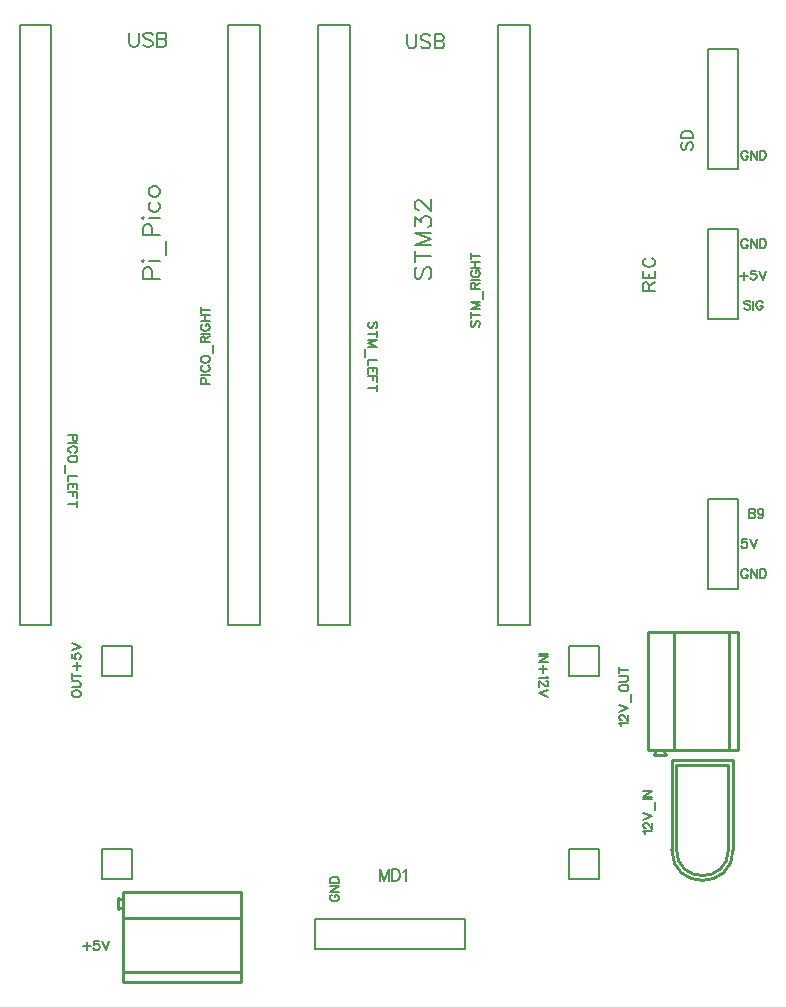
<source format=gto>
G04 Layer: TopSilkscreenLayer*
G04 EasyEDA v6.5.42, 2024-04-17 10:54:12*
G04 b58fe179de73491898139d20c7eecbb3,24a069b98e7845178fa3f65ba4aff580,10*
G04 Gerber Generator version 0.2*
G04 Scale: 100 percent, Rotated: No, Reflected: No *
G04 Dimensions in millimeters *
G04 leading zeros omitted , absolute positions ,4 integer and 5 decimal *
%FSLAX45Y45*%
%MOMM*%

%ADD10C,0.2000*%
%ADD11C,0.2030*%
%ADD12C,0.2032*%
%ADD13C,0.2030*%
%ADD14C,0.2540*%
%ADD15C,0.0144*%

%LPD*%
D10*
X6430009Y6488684D02*
G01*
X6426200Y6496050D01*
X6419088Y6503415D01*
X6411722Y6506971D01*
X6397243Y6506971D01*
X6389877Y6503415D01*
X6382765Y6496050D01*
X6378956Y6488684D01*
X6375400Y6477762D01*
X6375400Y6459728D01*
X6378956Y6448805D01*
X6382765Y6441439D01*
X6389877Y6434073D01*
X6397243Y6430518D01*
X6411722Y6430518D01*
X6419088Y6434073D01*
X6426200Y6441439D01*
X6430009Y6448805D01*
X6430009Y6459728D01*
X6411722Y6459728D02*
G01*
X6430009Y6459728D01*
X6453886Y6506971D02*
G01*
X6453886Y6430518D01*
X6453886Y6506971D02*
G01*
X6504940Y6430518D01*
X6504940Y6506971D02*
G01*
X6504940Y6430518D01*
X6528815Y6506971D02*
G01*
X6528815Y6430518D01*
X6528815Y6506971D02*
G01*
X6554215Y6506971D01*
X6565138Y6503415D01*
X6572504Y6496050D01*
X6576059Y6488684D01*
X6579870Y6477762D01*
X6579870Y6459728D01*
X6576059Y6448805D01*
X6572504Y6441439D01*
X6565138Y6434073D01*
X6554215Y6430518D01*
X6528815Y6430518D01*
X5880354Y6579870D02*
G01*
X5871209Y6570471D01*
X5866384Y6556755D01*
X5866384Y6538213D01*
X5871209Y6524244D01*
X5880354Y6515100D01*
X5889497Y6515100D01*
X5898895Y6519671D01*
X5903468Y6524244D01*
X5908040Y6533642D01*
X5917184Y6561328D01*
X5922009Y6570471D01*
X5926581Y6575044D01*
X5935725Y6579870D01*
X5949695Y6579870D01*
X5958840Y6570471D01*
X5963411Y6556755D01*
X5963411Y6538213D01*
X5958840Y6524244D01*
X5949695Y6515100D01*
X5866384Y6610350D02*
G01*
X5963411Y6610350D01*
X5866384Y6610350D02*
G01*
X5866384Y6642608D01*
X5871209Y6656323D01*
X5880354Y6665721D01*
X5889497Y6670294D01*
X5903468Y6674865D01*
X5926581Y6674865D01*
X5940297Y6670294D01*
X5949695Y6665721D01*
X5958840Y6656323D01*
X5963411Y6642608D01*
X5963411Y6610350D01*
X2909315Y207010D02*
G01*
X2901950Y203200D01*
X2894584Y196087D01*
X2891027Y188721D01*
X2891027Y174244D01*
X2894584Y166878D01*
X2901950Y159765D01*
X2909315Y155955D01*
X2920238Y152400D01*
X2938272Y152400D01*
X2949193Y155955D01*
X2956559Y159765D01*
X2963925Y166878D01*
X2967481Y174244D01*
X2967481Y188721D01*
X2963925Y196087D01*
X2956559Y203200D01*
X2949193Y207010D01*
X2938272Y207010D01*
X2938272Y188721D02*
G01*
X2938272Y207010D01*
X2891027Y230886D02*
G01*
X2967481Y230886D01*
X2891027Y230886D02*
G01*
X2967481Y281939D01*
X2891027Y281939D02*
G01*
X2967481Y281939D01*
X2891027Y305815D02*
G01*
X2967481Y305815D01*
X2891027Y305815D02*
G01*
X2891027Y331215D01*
X2894584Y342137D01*
X2901950Y349504D01*
X2909315Y353060D01*
X2920238Y356870D01*
X2938272Y356870D01*
X2949193Y353060D01*
X2956559Y349504D01*
X2963925Y342137D01*
X2967481Y331215D01*
X2967481Y305815D01*
X3314700Y420115D02*
G01*
X3314700Y323087D01*
X3314700Y420115D02*
G01*
X3351529Y323087D01*
X3388613Y420115D02*
G01*
X3351529Y323087D01*
X3388613Y420115D02*
G01*
X3388613Y323087D01*
X3419093Y420115D02*
G01*
X3419093Y323087D01*
X3419093Y420115D02*
G01*
X3451352Y420115D01*
X3465322Y415289D01*
X3474465Y406145D01*
X3479038Y397002D01*
X3483609Y383031D01*
X3483609Y359918D01*
X3479038Y346202D01*
X3474465Y336804D01*
X3465322Y327660D01*
X3451352Y323087D01*
X3419093Y323087D01*
X3514090Y401573D02*
G01*
X3523488Y406145D01*
X3537204Y420115D01*
X3537204Y323087D01*
X5559806Y723900D02*
G01*
X5556250Y731265D01*
X5545327Y742187D01*
X5621781Y742187D01*
X5563615Y769620D02*
G01*
X5559806Y769620D01*
X5552693Y773429D01*
X5548884Y776986D01*
X5545327Y784352D01*
X5545327Y798829D01*
X5548884Y806195D01*
X5552693Y809752D01*
X5559806Y813307D01*
X5567172Y813307D01*
X5574538Y809752D01*
X5585459Y802386D01*
X5621781Y766063D01*
X5621781Y816863D01*
X5545327Y840994D02*
G01*
X5621781Y870204D01*
X5545327Y899160D02*
G01*
X5621781Y870204D01*
X5647181Y923289D02*
G01*
X5647181Y988568D01*
X5545327Y1012697D02*
G01*
X5621781Y1012697D01*
X5545327Y1036573D02*
G01*
X5621781Y1036573D01*
X5545327Y1036573D02*
G01*
X5621781Y1087628D01*
X5545327Y1087628D02*
G01*
X5621781Y1087628D01*
X5356606Y1638300D02*
G01*
X5353050Y1645665D01*
X5342127Y1656587D01*
X5418581Y1656587D01*
X5360415Y1684020D02*
G01*
X5356606Y1684020D01*
X5349493Y1687829D01*
X5345684Y1691386D01*
X5342127Y1698752D01*
X5342127Y1713229D01*
X5345684Y1720595D01*
X5349493Y1724152D01*
X5356606Y1727707D01*
X5363972Y1727707D01*
X5371338Y1724152D01*
X5382259Y1716786D01*
X5418581Y1680463D01*
X5418581Y1731263D01*
X5342127Y1755394D02*
G01*
X5418581Y1784604D01*
X5342127Y1813560D02*
G01*
X5418581Y1784604D01*
X5443981Y1837689D02*
G01*
X5443981Y1902968D01*
X5342127Y1948942D02*
G01*
X5345684Y1941576D01*
X5353050Y1934210D01*
X5360415Y1930654D01*
X5371338Y1927097D01*
X5389372Y1927097D01*
X5400293Y1930654D01*
X5407659Y1934210D01*
X5415025Y1941576D01*
X5418581Y1948942D01*
X5418581Y1963420D01*
X5415025Y1970786D01*
X5407659Y1977897D01*
X5400293Y1981454D01*
X5389372Y1985263D01*
X5371338Y1985263D01*
X5360415Y1981454D01*
X5353050Y1977897D01*
X5345684Y1970786D01*
X5342127Y1963420D01*
X5342127Y1948942D01*
X5342127Y2009139D02*
G01*
X5396738Y2009139D01*
X5407659Y2012950D01*
X5415025Y2020062D01*
X5418581Y2030984D01*
X5418581Y2038350D01*
X5415025Y2049271D01*
X5407659Y2056384D01*
X5396738Y2060194D01*
X5342127Y2060194D01*
X5342127Y2109470D02*
G01*
X5418581Y2109470D01*
X5342127Y2084070D02*
G01*
X5342127Y2135123D01*
X6430009Y2945384D02*
G01*
X6426200Y2952750D01*
X6419088Y2960115D01*
X6411722Y2963671D01*
X6397243Y2963671D01*
X6389877Y2960115D01*
X6382765Y2952750D01*
X6378956Y2945384D01*
X6375400Y2934462D01*
X6375400Y2916428D01*
X6378956Y2905505D01*
X6382765Y2898139D01*
X6389877Y2890773D01*
X6397243Y2887218D01*
X6411722Y2887218D01*
X6419088Y2890773D01*
X6426200Y2898139D01*
X6430009Y2905505D01*
X6430009Y2916428D01*
X6411722Y2916428D02*
G01*
X6430009Y2916428D01*
X6453886Y2963671D02*
G01*
X6453886Y2887218D01*
X6453886Y2963671D02*
G01*
X6504940Y2887218D01*
X6504940Y2963671D02*
G01*
X6504940Y2887218D01*
X6528815Y2963671D02*
G01*
X6528815Y2887218D01*
X6528815Y2963671D02*
G01*
X6554215Y2963671D01*
X6565138Y2960115D01*
X6572504Y2952750D01*
X6576059Y2945384D01*
X6579870Y2934462D01*
X6579870Y2916428D01*
X6576059Y2905505D01*
X6572504Y2898139D01*
X6565138Y2890773D01*
X6554215Y2887218D01*
X6528815Y2887218D01*
X6419088Y3217671D02*
G01*
X6382765Y3217671D01*
X6378956Y3184905D01*
X6382765Y3188462D01*
X6393688Y3192271D01*
X6404609Y3192271D01*
X6415277Y3188462D01*
X6422643Y3181350D01*
X6426200Y3170428D01*
X6426200Y3163062D01*
X6422643Y3152139D01*
X6415277Y3144773D01*
X6404609Y3141218D01*
X6393688Y3141218D01*
X6382765Y3144773D01*
X6378956Y3148584D01*
X6375400Y3155695D01*
X6450329Y3217671D02*
G01*
X6479286Y3141218D01*
X6508495Y3217671D02*
G01*
X6479286Y3141218D01*
X6438900Y3471671D02*
G01*
X6438900Y3395218D01*
X6438900Y3471671D02*
G01*
X6471665Y3471671D01*
X6482588Y3468115D01*
X6486143Y3464305D01*
X6489700Y3457194D01*
X6489700Y3449828D01*
X6486143Y3442462D01*
X6482588Y3438905D01*
X6471665Y3435350D01*
X6438900Y3435350D02*
G01*
X6471665Y3435350D01*
X6482588Y3431539D01*
X6486143Y3427984D01*
X6489700Y3420618D01*
X6489700Y3409695D01*
X6486143Y3402584D01*
X6482588Y3398773D01*
X6471665Y3395218D01*
X6438900Y3395218D01*
X6561074Y3446271D02*
G01*
X6557518Y3435350D01*
X6550152Y3427984D01*
X6539229Y3424428D01*
X6535674Y3424428D01*
X6524752Y3427984D01*
X6517386Y3435350D01*
X6513829Y3446271D01*
X6513829Y3449828D01*
X6517386Y3460750D01*
X6524752Y3468115D01*
X6535674Y3471671D01*
X6539229Y3471671D01*
X6550152Y3468115D01*
X6557518Y3460750D01*
X6561074Y3446271D01*
X6561074Y3427984D01*
X6557518Y3409695D01*
X6550152Y3398773D01*
X6539229Y3395218D01*
X6531863Y3395218D01*
X6521195Y3398773D01*
X6517386Y3406139D01*
X6451600Y5226050D02*
G01*
X6444488Y5233415D01*
X6433565Y5236971D01*
X6419088Y5236971D01*
X6408165Y5233415D01*
X6400800Y5226050D01*
X6400800Y5218684D01*
X6404356Y5211571D01*
X6408165Y5207762D01*
X6415277Y5204205D01*
X6437122Y5196839D01*
X6444488Y5193284D01*
X6448043Y5189728D01*
X6451600Y5182362D01*
X6451600Y5171439D01*
X6444488Y5164073D01*
X6433565Y5160518D01*
X6419088Y5160518D01*
X6408165Y5164073D01*
X6400800Y5171439D01*
X6475729Y5236971D02*
G01*
X6475729Y5160518D01*
X6554215Y5218684D02*
G01*
X6550659Y5226050D01*
X6543293Y5233415D01*
X6536181Y5236971D01*
X6521450Y5236971D01*
X6514338Y5233415D01*
X6506972Y5226050D01*
X6503415Y5218684D01*
X6499606Y5207762D01*
X6499606Y5189728D01*
X6503415Y5178805D01*
X6506972Y5171439D01*
X6514338Y5164073D01*
X6521450Y5160518D01*
X6536181Y5160518D01*
X6543293Y5164073D01*
X6550659Y5171439D01*
X6554215Y5178805D01*
X6554215Y5189728D01*
X6536181Y5189728D02*
G01*
X6554215Y5189728D01*
X5540502Y5321300D02*
G01*
X5645404Y5321300D01*
X5540502Y5321300D02*
G01*
X5540502Y5366257D01*
X5545581Y5381244D01*
X5550408Y5386323D01*
X5560568Y5391404D01*
X5570474Y5391404D01*
X5580379Y5386323D01*
X5585459Y5381244D01*
X5590540Y5366257D01*
X5590540Y5321300D01*
X5590540Y5356352D02*
G01*
X5645404Y5391404D01*
X5540502Y5424423D02*
G01*
X5645404Y5424423D01*
X5540502Y5424423D02*
G01*
X5540502Y5489194D01*
X5590540Y5424423D02*
G01*
X5590540Y5464302D01*
X5645404Y5424423D02*
G01*
X5645404Y5489194D01*
X5565393Y5597397D02*
G01*
X5555488Y5592318D01*
X5545581Y5582412D01*
X5540502Y5572252D01*
X5540502Y5552186D01*
X5545581Y5542279D01*
X5555488Y5532373D01*
X5565393Y5527294D01*
X5580379Y5522213D01*
X5605525Y5522213D01*
X5620511Y5527294D01*
X5630418Y5532373D01*
X5640577Y5542279D01*
X5645404Y5552186D01*
X5645404Y5572252D01*
X5640577Y5582412D01*
X5630418Y5592318D01*
X5620511Y5597397D01*
X6395465Y5480050D02*
G01*
X6395465Y5414518D01*
X6362700Y5447284D02*
G01*
X6428231Y5447284D01*
X6495795Y5490971D02*
G01*
X6459474Y5490971D01*
X6455663Y5458205D01*
X6459474Y5461762D01*
X6470395Y5465571D01*
X6481318Y5465571D01*
X6492240Y5461762D01*
X6499352Y5454650D01*
X6503161Y5443728D01*
X6503161Y5436362D01*
X6499352Y5425439D01*
X6492240Y5418073D01*
X6481318Y5414518D01*
X6470395Y5414518D01*
X6459474Y5418073D01*
X6455663Y5421884D01*
X6452108Y5428995D01*
X6527038Y5490971D02*
G01*
X6556247Y5414518D01*
X6585204Y5490971D02*
G01*
X6556247Y5414518D01*
D11*
X1309115Y5422900D02*
G01*
X1452371Y5422900D01*
X1309115Y5422900D02*
G01*
X1309115Y5484368D01*
X1315973Y5504687D01*
X1322831Y5511545D01*
X1336294Y5518404D01*
X1356868Y5518404D01*
X1370584Y5511545D01*
X1377442Y5504687D01*
X1384045Y5484368D01*
X1384045Y5422900D01*
X1309115Y5563362D02*
G01*
X1315973Y5570220D01*
X1309115Y5577078D01*
X1302257Y5570220D01*
X1309115Y5563362D01*
X1356868Y5570220D02*
G01*
X1452371Y5570220D01*
X1500123Y5622036D02*
G01*
X1500123Y5744718D01*
X1309115Y5789676D02*
G01*
X1452371Y5789676D01*
X1309115Y5789676D02*
G01*
X1309115Y5851144D01*
X1315973Y5871463D01*
X1322831Y5878321D01*
X1336294Y5885179D01*
X1356868Y5885179D01*
X1370584Y5878321D01*
X1377442Y5871463D01*
X1384045Y5851144D01*
X1384045Y5789676D01*
X1309115Y5930137D02*
G01*
X1315973Y5936995D01*
X1309115Y5943854D01*
X1302257Y5936995D01*
X1309115Y5930137D01*
X1356868Y5936995D02*
G01*
X1452371Y5936995D01*
X1377442Y6070600D02*
G01*
X1363726Y6056884D01*
X1356868Y6043421D01*
X1356868Y6022847D01*
X1363726Y6009386D01*
X1377442Y5995670D01*
X1397762Y5988812D01*
X1411478Y5988812D01*
X1431797Y5995670D01*
X1445513Y6009386D01*
X1452371Y6022847D01*
X1452371Y6043421D01*
X1445513Y6056884D01*
X1431797Y6070600D01*
X1356868Y6149594D02*
G01*
X1363726Y6136131D01*
X1377442Y6122415D01*
X1397762Y6115557D01*
X1411478Y6115557D01*
X1431797Y6122415D01*
X1445513Y6136131D01*
X1452371Y6149594D01*
X1452371Y6170168D01*
X1445513Y6183884D01*
X1431797Y6197345D01*
X1411478Y6204204D01*
X1397762Y6204204D01*
X1377442Y6197345D01*
X1363726Y6183884D01*
X1356868Y6170168D01*
X1356868Y6149594D01*
D10*
X1193800Y7504937D02*
G01*
X1193800Y7419594D01*
X1199387Y7402576D01*
X1210818Y7391145D01*
X1227836Y7385558D01*
X1239265Y7385558D01*
X1256284Y7391145D01*
X1267713Y7402576D01*
X1273302Y7419594D01*
X1273302Y7504937D01*
X1390395Y7487665D02*
G01*
X1378965Y7499095D01*
X1361947Y7504937D01*
X1339342Y7504937D01*
X1322323Y7499095D01*
X1310894Y7487665D01*
X1310894Y7476489D01*
X1316481Y7465060D01*
X1322323Y7459471D01*
X1333500Y7453629D01*
X1367789Y7442454D01*
X1378965Y7436612D01*
X1384807Y7431023D01*
X1390395Y7419594D01*
X1390395Y7402576D01*
X1378965Y7391145D01*
X1361947Y7385558D01*
X1339342Y7385558D01*
X1322323Y7391145D01*
X1310894Y7402576D01*
X1427987Y7504937D02*
G01*
X1427987Y7385558D01*
X1427987Y7504937D02*
G01*
X1479042Y7504937D01*
X1496060Y7499095D01*
X1501647Y7493508D01*
X1507489Y7482078D01*
X1507489Y7470647D01*
X1501647Y7459471D01*
X1496060Y7453629D01*
X1479042Y7448042D01*
X1427987Y7448042D02*
G01*
X1479042Y7448042D01*
X1496060Y7442454D01*
X1501647Y7436612D01*
X1507489Y7425181D01*
X1507489Y7408163D01*
X1501647Y7396987D01*
X1496060Y7391145D01*
X1479042Y7385558D01*
X1427987Y7385558D01*
X3543300Y7492237D02*
G01*
X3543300Y7406894D01*
X3548888Y7389876D01*
X3560318Y7378445D01*
X3577336Y7372858D01*
X3588765Y7372858D01*
X3605784Y7378445D01*
X3617213Y7389876D01*
X3622802Y7406894D01*
X3622802Y7492237D01*
X3739895Y7474965D02*
G01*
X3728465Y7486395D01*
X3711447Y7492237D01*
X3688841Y7492237D01*
X3671824Y7486395D01*
X3660393Y7474965D01*
X3660393Y7463789D01*
X3665981Y7452360D01*
X3671824Y7446771D01*
X3683000Y7440929D01*
X3717290Y7429754D01*
X3728465Y7423912D01*
X3734308Y7418323D01*
X3739895Y7406894D01*
X3739895Y7389876D01*
X3728465Y7378445D01*
X3711447Y7372858D01*
X3688841Y7372858D01*
X3671824Y7378445D01*
X3660393Y7389876D01*
X3777488Y7492237D02*
G01*
X3777488Y7372858D01*
X3777488Y7492237D02*
G01*
X3828541Y7492237D01*
X3845559Y7486395D01*
X3851147Y7480808D01*
X3856990Y7469378D01*
X3856990Y7457947D01*
X3851147Y7446771D01*
X3845559Y7440929D01*
X3828541Y7435342D01*
X3777488Y7435342D02*
G01*
X3828541Y7435342D01*
X3845559Y7429754D01*
X3851147Y7423912D01*
X3856990Y7412481D01*
X3856990Y7395463D01*
X3851147Y7384287D01*
X3845559Y7378445D01*
X3828541Y7372858D01*
X3777488Y7372858D01*
D11*
X3628390Y5518404D02*
G01*
X3614674Y5504687D01*
X3607815Y5484368D01*
X3607815Y5456936D01*
X3614674Y5436615D01*
X3628390Y5422900D01*
X3641852Y5422900D01*
X3655568Y5429757D01*
X3662425Y5436615D01*
X3669284Y5450078D01*
X3682745Y5490971D01*
X3689604Y5504687D01*
X3696461Y5511545D01*
X3710177Y5518404D01*
X3730497Y5518404D01*
X3744213Y5504687D01*
X3751072Y5484368D01*
X3751072Y5456936D01*
X3744213Y5436615D01*
X3730497Y5422900D01*
X3607815Y5611113D02*
G01*
X3751072Y5611113D01*
X3607815Y5563362D02*
G01*
X3607815Y5658865D01*
X3607815Y5703823D02*
G01*
X3751072Y5703823D01*
X3607815Y5703823D02*
G01*
X3751072Y5758434D01*
X3607815Y5812789D02*
G01*
X3751072Y5758434D01*
X3607815Y5812789D02*
G01*
X3751072Y5812789D01*
X3607815Y5871463D02*
G01*
X3607815Y5946647D01*
X3662425Y5905500D01*
X3662425Y5926073D01*
X3669284Y5939789D01*
X3676141Y5946647D01*
X3696461Y5953252D01*
X3710177Y5953252D01*
X3730497Y5946647D01*
X3744213Y5932931D01*
X3751072Y5912357D01*
X3751072Y5892037D01*
X3744213Y5871463D01*
X3737356Y5864605D01*
X3723640Y5858002D01*
X3641852Y6005068D02*
G01*
X3634993Y6005068D01*
X3621531Y6011926D01*
X3614674Y6018784D01*
X3607815Y6032500D01*
X3607815Y6059678D01*
X3614674Y6073394D01*
X3621531Y6080252D01*
X3634993Y6087110D01*
X3648709Y6087110D01*
X3662425Y6080252D01*
X3682745Y6066536D01*
X3751072Y5998463D01*
X3751072Y6093713D01*
D10*
X6430009Y5739384D02*
G01*
X6426200Y5746750D01*
X6419088Y5754115D01*
X6411722Y5757671D01*
X6397243Y5757671D01*
X6389877Y5754115D01*
X6382765Y5746750D01*
X6378956Y5739384D01*
X6375400Y5728462D01*
X6375400Y5710428D01*
X6378956Y5699505D01*
X6382765Y5692139D01*
X6389877Y5684773D01*
X6397243Y5681218D01*
X6411722Y5681218D01*
X6419088Y5684773D01*
X6426200Y5692139D01*
X6430009Y5699505D01*
X6430009Y5710428D01*
X6411722Y5710428D02*
G01*
X6430009Y5710428D01*
X6453886Y5757671D02*
G01*
X6453886Y5681218D01*
X6453886Y5757671D02*
G01*
X6504940Y5681218D01*
X6504940Y5757671D02*
G01*
X6504940Y5681218D01*
X6528815Y5757671D02*
G01*
X6528815Y5681218D01*
X6528815Y5757671D02*
G01*
X6554215Y5757671D01*
X6565138Y5754115D01*
X6572504Y5746750D01*
X6576059Y5739384D01*
X6579870Y5728462D01*
X6579870Y5710428D01*
X6576059Y5699505D01*
X6572504Y5692139D01*
X6565138Y5684773D01*
X6554215Y5681218D01*
X6528815Y5681218D01*
X706628Y1901444D02*
G01*
X710184Y1894078D01*
X717550Y1886965D01*
X724915Y1883155D01*
X735837Y1879600D01*
X753871Y1879600D01*
X764794Y1883155D01*
X772160Y1886965D01*
X779526Y1894078D01*
X783081Y1901444D01*
X783081Y1915921D01*
X779526Y1923287D01*
X772160Y1930400D01*
X764794Y1934210D01*
X753871Y1937765D01*
X735837Y1937765D01*
X724915Y1934210D01*
X717550Y1930400D01*
X710184Y1923287D01*
X706628Y1915921D01*
X706628Y1901444D01*
X706628Y1961895D02*
G01*
X761237Y1961895D01*
X772160Y1965452D01*
X779526Y1972563D01*
X783081Y1983486D01*
X783081Y1990852D01*
X779526Y2001773D01*
X772160Y2009139D01*
X761237Y2012695D01*
X706628Y2012695D01*
X706628Y2062226D02*
G01*
X783081Y2062226D01*
X706628Y2036571D02*
G01*
X706628Y2087626D01*
X717550Y2144268D02*
G01*
X783081Y2144268D01*
X750315Y2111502D02*
G01*
X750315Y2177034D01*
X706628Y2244597D02*
G01*
X706628Y2208276D01*
X739394Y2204720D01*
X735837Y2208276D01*
X732028Y2219197D01*
X732028Y2230120D01*
X735837Y2241042D01*
X742950Y2248407D01*
X753871Y2251963D01*
X761237Y2251963D01*
X772160Y2248407D01*
X779526Y2241042D01*
X783081Y2230120D01*
X783081Y2219197D01*
X779526Y2208276D01*
X775715Y2204720D01*
X768604Y2201163D01*
X706628Y2275839D02*
G01*
X783081Y2305050D01*
X706628Y2334260D02*
G01*
X783081Y2305050D01*
X753871Y4102100D02*
G01*
X677418Y4102100D01*
X753871Y4102100D02*
G01*
X753871Y4069334D01*
X750315Y4058412D01*
X746505Y4054855D01*
X739394Y4051300D01*
X728471Y4051300D01*
X721105Y4054855D01*
X717550Y4058412D01*
X713739Y4069334D01*
X713739Y4102100D01*
X753871Y4027170D02*
G01*
X677418Y4027170D01*
X735584Y3948684D02*
G01*
X742950Y3952239D01*
X750315Y3959605D01*
X753871Y3966718D01*
X753871Y3981450D01*
X750315Y3988562D01*
X742950Y3995928D01*
X735584Y3999484D01*
X724662Y4003294D01*
X706628Y4003294D01*
X695705Y3999484D01*
X688339Y3995928D01*
X680973Y3988562D01*
X677418Y3981450D01*
X677418Y3966718D01*
X680973Y3959605D01*
X688339Y3952239D01*
X695705Y3948684D01*
X753871Y3902710D02*
G01*
X750315Y3910076D01*
X742950Y3917442D01*
X735584Y3920997D01*
X724662Y3924554D01*
X706628Y3924554D01*
X695705Y3920997D01*
X688339Y3917442D01*
X680973Y3910076D01*
X677418Y3902710D01*
X677418Y3888231D01*
X680973Y3881120D01*
X688339Y3873754D01*
X695705Y3870197D01*
X706628Y3866387D01*
X724662Y3866387D01*
X735584Y3870197D01*
X742950Y3873754D01*
X750315Y3881120D01*
X753871Y3888231D01*
X753871Y3902710D01*
X652018Y3842512D02*
G01*
X652018Y3776979D01*
X753871Y3753104D02*
G01*
X677418Y3753104D01*
X677418Y3753104D02*
G01*
X677418Y3709415D01*
X753871Y3685286D02*
G01*
X677418Y3685286D01*
X753871Y3685286D02*
G01*
X753871Y3638042D01*
X717550Y3685286D02*
G01*
X717550Y3656329D01*
X677418Y3685286D02*
G01*
X677418Y3638042D01*
X753871Y3614165D02*
G01*
X677418Y3614165D01*
X753871Y3614165D02*
G01*
X753871Y3566921D01*
X717550Y3614165D02*
G01*
X717550Y3584955D01*
X753871Y3517392D02*
G01*
X677418Y3517392D01*
X753871Y3542792D02*
G01*
X753871Y3491992D01*
X1798828Y4533900D02*
G01*
X1875281Y4533900D01*
X1798828Y4533900D02*
G01*
X1798828Y4566665D01*
X1802384Y4577587D01*
X1806194Y4581144D01*
X1813305Y4584700D01*
X1824228Y4584700D01*
X1831594Y4581144D01*
X1835150Y4577587D01*
X1838960Y4566665D01*
X1838960Y4533900D01*
X1798828Y4608829D02*
G01*
X1875281Y4608829D01*
X1817115Y4687315D02*
G01*
X1809750Y4683760D01*
X1802384Y4676394D01*
X1798828Y4669281D01*
X1798828Y4654550D01*
X1802384Y4647437D01*
X1809750Y4640071D01*
X1817115Y4636515D01*
X1828037Y4632705D01*
X1846071Y4632705D01*
X1856994Y4636515D01*
X1864360Y4640071D01*
X1871726Y4647437D01*
X1875281Y4654550D01*
X1875281Y4669281D01*
X1871726Y4676394D01*
X1864360Y4683760D01*
X1856994Y4687315D01*
X1798828Y4733289D02*
G01*
X1802384Y4725923D01*
X1809750Y4718557D01*
X1817115Y4715002D01*
X1828037Y4711445D01*
X1846071Y4711445D01*
X1856994Y4715002D01*
X1864360Y4718557D01*
X1871726Y4725923D01*
X1875281Y4733289D01*
X1875281Y4747768D01*
X1871726Y4754879D01*
X1864360Y4762245D01*
X1856994Y4765802D01*
X1846071Y4769612D01*
X1828037Y4769612D01*
X1817115Y4765802D01*
X1809750Y4762245D01*
X1802384Y4754879D01*
X1798828Y4747768D01*
X1798828Y4733289D01*
X1900681Y4793487D02*
G01*
X1900681Y4859020D01*
X1798828Y4882895D02*
G01*
X1875281Y4882895D01*
X1798828Y4882895D02*
G01*
X1798828Y4915662D01*
X1802384Y4926584D01*
X1806194Y4930139D01*
X1813305Y4933950D01*
X1820671Y4933950D01*
X1828037Y4930139D01*
X1831594Y4926584D01*
X1835150Y4915662D01*
X1835150Y4882895D01*
X1835150Y4908550D02*
G01*
X1875281Y4933950D01*
X1798828Y4957826D02*
G01*
X1875281Y4957826D01*
X1817115Y5036565D02*
G01*
X1809750Y5032755D01*
X1802384Y5025644D01*
X1798828Y5018278D01*
X1798828Y5003800D01*
X1802384Y4996434D01*
X1809750Y4989068D01*
X1817115Y4985512D01*
X1828037Y4981955D01*
X1846071Y4981955D01*
X1856994Y4985512D01*
X1864360Y4989068D01*
X1871726Y4996434D01*
X1875281Y5003800D01*
X1875281Y5018278D01*
X1871726Y5025644D01*
X1864360Y5032755D01*
X1856994Y5036565D01*
X1846071Y5036565D01*
X1846071Y5018278D02*
G01*
X1846071Y5036565D01*
X1798828Y5060442D02*
G01*
X1875281Y5060442D01*
X1798828Y5111242D02*
G01*
X1875281Y5111242D01*
X1835150Y5060442D02*
G01*
X1835150Y5111242D01*
X1798828Y5160771D02*
G01*
X1875281Y5160771D01*
X1798828Y5135371D02*
G01*
X1798828Y5186171D01*
X3282950Y5003800D02*
G01*
X3290315Y5010912D01*
X3293872Y5021834D01*
X3293872Y5036312D01*
X3290315Y5047234D01*
X3282950Y5054600D01*
X3275584Y5054600D01*
X3268472Y5051044D01*
X3264661Y5047234D01*
X3261106Y5040121D01*
X3253740Y5018278D01*
X3250184Y5010912D01*
X3246627Y5007355D01*
X3239261Y5003800D01*
X3228340Y5003800D01*
X3220974Y5010912D01*
X3217418Y5021834D01*
X3217418Y5036312D01*
X3220974Y5047234D01*
X3228340Y5054600D01*
X3293872Y4954270D02*
G01*
X3217418Y4954270D01*
X3293872Y4979670D02*
G01*
X3293872Y4928870D01*
X3293872Y4904739D02*
G01*
X3217418Y4904739D01*
X3293872Y4904739D02*
G01*
X3217418Y4875784D01*
X3293872Y4846573D02*
G01*
X3217418Y4875784D01*
X3293872Y4846573D02*
G01*
X3217418Y4846573D01*
X3192018Y4822697D02*
G01*
X3192018Y4757165D01*
X3293872Y4733036D02*
G01*
X3217418Y4733036D01*
X3217418Y4733036D02*
G01*
X3217418Y4689602D01*
X3293872Y4665471D02*
G01*
X3217418Y4665471D01*
X3293872Y4665471D02*
G01*
X3293872Y4618228D01*
X3257550Y4665471D02*
G01*
X3257550Y4636515D01*
X3217418Y4665471D02*
G01*
X3217418Y4618228D01*
X3293872Y4594352D02*
G01*
X3217418Y4594352D01*
X3293872Y4594352D02*
G01*
X3293872Y4546854D01*
X3257550Y4594352D02*
G01*
X3257550Y4565142D01*
X3293872Y4497578D02*
G01*
X3217418Y4497578D01*
X3293872Y4522978D02*
G01*
X3293872Y4472178D01*
X4095750Y5067300D02*
G01*
X4088384Y5060187D01*
X4084827Y5049265D01*
X4084827Y5034787D01*
X4088384Y5023865D01*
X4095750Y5016500D01*
X4103115Y5016500D01*
X4110227Y5020055D01*
X4114038Y5023865D01*
X4117593Y5030978D01*
X4124959Y5052821D01*
X4128515Y5060187D01*
X4132072Y5063744D01*
X4139438Y5067300D01*
X4150359Y5067300D01*
X4157725Y5060187D01*
X4161281Y5049265D01*
X4161281Y5034787D01*
X4157725Y5023865D01*
X4150359Y5016500D01*
X4084827Y5116829D02*
G01*
X4161281Y5116829D01*
X4084827Y5091429D02*
G01*
X4084827Y5142229D01*
X4084827Y5166360D02*
G01*
X4161281Y5166360D01*
X4084827Y5166360D02*
G01*
X4161281Y5195315D01*
X4084827Y5224526D02*
G01*
X4161281Y5195315D01*
X4084827Y5224526D02*
G01*
X4161281Y5224526D01*
X4186681Y5248402D02*
G01*
X4186681Y5313934D01*
X4084827Y5338063D02*
G01*
X4161281Y5338063D01*
X4084827Y5338063D02*
G01*
X4084827Y5370576D01*
X4088384Y5381497D01*
X4092193Y5385307D01*
X4099306Y5388863D01*
X4106672Y5388863D01*
X4114038Y5385307D01*
X4117593Y5381497D01*
X4121150Y5370576D01*
X4121150Y5338063D01*
X4121150Y5363463D02*
G01*
X4161281Y5388863D01*
X4084827Y5412739D02*
G01*
X4161281Y5412739D01*
X4103115Y5491479D02*
G01*
X4095750Y5487670D01*
X4088384Y5480557D01*
X4084827Y5473192D01*
X4084827Y5458713D01*
X4088384Y5451347D01*
X4095750Y5444236D01*
X4103115Y5440426D01*
X4114038Y5436870D01*
X4132072Y5436870D01*
X4142993Y5440426D01*
X4150359Y5444236D01*
X4157725Y5451347D01*
X4161281Y5458713D01*
X4161281Y5473192D01*
X4157725Y5480557D01*
X4150359Y5487670D01*
X4142993Y5491479D01*
X4132072Y5491479D01*
X4132072Y5473192D02*
G01*
X4132072Y5491479D01*
X4084827Y5515355D02*
G01*
X4161281Y5515355D01*
X4084827Y5566410D02*
G01*
X4161281Y5566410D01*
X4121150Y5515355D02*
G01*
X4121150Y5566410D01*
X4084827Y5615686D02*
G01*
X4161281Y5615686D01*
X4084827Y5590286D02*
G01*
X4084827Y5641339D01*
X4741672Y2247900D02*
G01*
X4665218Y2247900D01*
X4741672Y2224023D02*
G01*
X4665218Y2224023D01*
X4741672Y2224023D02*
G01*
X4665218Y2172970D01*
X4741672Y2172970D02*
G01*
X4665218Y2172970D01*
X4730750Y2116328D02*
G01*
X4665218Y2116328D01*
X4697984Y2149094D02*
G01*
X4697984Y2083562D01*
X4727193Y2059431D02*
G01*
X4730750Y2052320D01*
X4741672Y2041397D01*
X4665218Y2041397D01*
X4723384Y2013712D02*
G01*
X4727193Y2013712D01*
X4734306Y2010155D01*
X4738115Y2006345D01*
X4741672Y1999234D01*
X4741672Y1984502D01*
X4738115Y1977389D01*
X4734306Y1973834D01*
X4727193Y1970023D01*
X4719827Y1970023D01*
X4712461Y1973834D01*
X4701540Y1980945D01*
X4665218Y2017268D01*
X4665218Y1966468D01*
X4741672Y1942337D02*
G01*
X4665218Y1913381D01*
X4741672Y1884171D02*
G01*
X4665218Y1913381D01*
X832865Y-196850D02*
G01*
X832865Y-262381D01*
X800100Y-229615D02*
G01*
X865631Y-229615D01*
X933195Y-185928D02*
G01*
X896873Y-185928D01*
X893063Y-218694D01*
X896873Y-215137D01*
X907795Y-211328D01*
X918718Y-211328D01*
X929639Y-215137D01*
X936752Y-222250D01*
X940562Y-233171D01*
X940562Y-240537D01*
X936752Y-251460D01*
X929639Y-258826D01*
X918718Y-262381D01*
X907795Y-262381D01*
X896873Y-258826D01*
X893063Y-255015D01*
X889507Y-247904D01*
X964437Y-185928D02*
G01*
X993647Y-262381D01*
X1022604Y-185928D02*
G01*
X993647Y-262381D01*
D12*
X965200Y2057400D02*
G01*
X965200Y2311400D01*
X1219200Y2311400D01*
X1219200Y2057400D01*
X1028700Y2057400D01*
D13*
X965200Y2057400D02*
G01*
X1028700Y2057400D01*
D12*
X6350000Y6350000D02*
G01*
X6096000Y6350000D01*
X6096000Y7366000D01*
X6350000Y7366000D01*
X6350000Y7175500D01*
D13*
X6350000Y6350000D02*
G01*
X6350000Y7175500D01*
D12*
X6096000Y2984500D02*
G01*
X6096000Y2794000D01*
X6350000Y2794000D01*
X6350000Y3556000D01*
X6096000Y3556000D01*
D13*
X6096000Y3556000D02*
G01*
X6096000Y2984500D01*
D14*
X5825200Y638213D02*
G01*
X5825200Y588129D01*
X5825218Y588129D01*
X6265199Y638213D02*
G01*
X6265199Y588230D01*
X6265181Y588230D01*
X6265199Y1308211D02*
G01*
X6265199Y638213D01*
X6265199Y1308211D02*
G01*
X5825200Y1308211D01*
X5825200Y638213D01*
X6305199Y586780D02*
G01*
X6305199Y1348214D01*
X5785200Y1348214D01*
X5785200Y586780D01*
D12*
X6350000Y5651500D02*
G01*
X6350000Y5842000D01*
X6096000Y5842000D01*
X6096000Y5080000D01*
X6350000Y5080000D01*
D13*
X6350000Y5080000D02*
G01*
X6350000Y5651500D01*
D12*
X965200Y342900D02*
G01*
X965200Y596900D01*
X1219200Y596900D01*
X1219200Y342900D01*
X1028700Y342900D01*
D13*
X965200Y342900D02*
G01*
X1028700Y342900D01*
D12*
X520700Y2489200D02*
G01*
X533400Y2489200D01*
X533400Y7569200D01*
X266700Y7569200D01*
X266700Y2489200D01*
X520700Y2489200D01*
X2044700Y7569200D02*
G01*
X2032000Y7569200D01*
X2032000Y2489200D01*
X2298700Y2489200D01*
X2298700Y7569200D01*
X2044700Y7569200D01*
X3048000Y2489200D02*
G01*
X3060700Y2489200D01*
X3060700Y7569200D01*
X2794000Y7569200D01*
X2794000Y2489200D01*
X3048000Y2489200D01*
X4330700Y7569200D02*
G01*
X4318000Y7569200D01*
X4318000Y2489200D01*
X4584700Y2489200D01*
X4584700Y7569200D01*
X4330700Y7569200D01*
X4914900Y342900D02*
G01*
X4914900Y596900D01*
X5168900Y596900D01*
X5168900Y342900D01*
X4978400Y342900D01*
D13*
X4914900Y342900D02*
G01*
X4978400Y342900D01*
D12*
X4914900Y2057400D02*
G01*
X4914900Y2311400D01*
X5168900Y2311400D01*
X5168900Y2057400D01*
X4978400Y2057400D01*
D13*
X4914900Y2057400D02*
G01*
X4978400Y2057400D01*
D12*
X3848100Y-254000D02*
G01*
X4038600Y-254000D01*
X4038600Y0D01*
X2768600Y0D01*
X2768600Y-254000D01*
D13*
X2768600Y-254000D02*
G01*
X3848100Y-254000D01*
D14*
X1138301Y-450392D02*
G01*
X2138299Y-450392D01*
X1137767Y164033D02*
G01*
X1098295Y181399D01*
X1098295Y81399D01*
X1137767Y101092D01*
X1138301Y231399D02*
G01*
X2138299Y231399D01*
X1138301Y231399D02*
G01*
X1138301Y-528599D01*
X2138299Y231399D02*
G01*
X2138299Y-528599D01*
X1138301Y-528599D02*
G01*
X2138299Y-528599D01*
X1138301Y11480D02*
G01*
X2138299Y11480D01*
X6266992Y1430401D02*
G01*
X6266992Y2430398D01*
X5652566Y1429867D02*
G01*
X5635200Y1390395D01*
X5735200Y1390395D01*
X5715508Y1429867D01*
X5585200Y1430401D02*
G01*
X5585200Y2430398D01*
X5585200Y1430401D02*
G01*
X6345199Y1430401D01*
X5585200Y2430398D02*
G01*
X6345199Y2430398D01*
X6345199Y1430401D02*
G01*
X6345199Y2430398D01*
X5805119Y1430401D02*
G01*
X5805119Y2430398D01*
G75*
G01*
X5785201Y586781D02*
G03*
X6305199Y586781I259999J0D01*
G75*
G01*
X5825218Y588129D02*
G03*
X6265182Y588231I219982J51D01*
M02*

</source>
